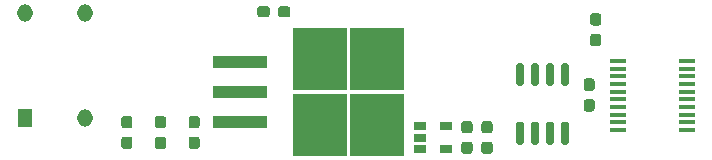
<source format=gbr>
%TF.GenerationSoftware,KiCad,Pcbnew,(5.1.6)-1*%
%TF.CreationDate,2020-11-09T21:23:30-05:00*%
%TF.ProjectId,CellLight,43656c6c-4c69-4676-9874-2e6b69636164,rev?*%
%TF.SameCoordinates,Original*%
%TF.FileFunction,Paste,Top*%
%TF.FilePolarity,Positive*%
%FSLAX46Y46*%
G04 Gerber Fmt 4.6, Leading zero omitted, Abs format (unit mm)*
G04 Created by KiCad (PCBNEW (5.1.6)-1) date 2020-11-09 21:23:30*
%MOMM*%
%LPD*%
G01*
G04 APERTURE LIST*
%ADD10R,4.550000X5.250000*%
%ADD11R,4.600000X1.100000*%
%ADD12O,1.295400X1.498600*%
%ADD13R,1.295400X1.498600*%
%ADD14R,1.060000X0.650000*%
%ADD15R,1.473200X0.355600*%
G04 APERTURE END LIST*
D10*
%TO.C,U10*%
X152450000Y-138575000D03*
X157300000Y-133025000D03*
X152450000Y-133025000D03*
X157300000Y-138575000D03*
D11*
X145725000Y-138340000D03*
X145725000Y-135800000D03*
X145725000Y-133260000D03*
%TD*%
D12*
%TO.C,CR1*%
X127450000Y-129099999D03*
X132550000Y-129099999D03*
X132550000Y-138000001D03*
D13*
X127450000Y-138000001D03*
%TD*%
D14*
%TO.C,U11*%
X163100000Y-138700000D03*
X163100000Y-140600000D03*
X160900000Y-140600000D03*
X160900000Y-139650000D03*
X160900000Y-138700000D03*
%TD*%
%TO.C,U9*%
G36*
G01*
X169545000Y-135300000D02*
X169245000Y-135300000D01*
G75*
G02*
X169095000Y-135150000I0J150000D01*
G01*
X169095000Y-133500000D01*
G75*
G02*
X169245000Y-133350000I150000J0D01*
G01*
X169545000Y-133350000D01*
G75*
G02*
X169695000Y-133500000I0J-150000D01*
G01*
X169695000Y-135150000D01*
G75*
G02*
X169545000Y-135300000I-150000J0D01*
G01*
G37*
G36*
G01*
X170815000Y-135300000D02*
X170515000Y-135300000D01*
G75*
G02*
X170365000Y-135150000I0J150000D01*
G01*
X170365000Y-133500000D01*
G75*
G02*
X170515000Y-133350000I150000J0D01*
G01*
X170815000Y-133350000D01*
G75*
G02*
X170965000Y-133500000I0J-150000D01*
G01*
X170965000Y-135150000D01*
G75*
G02*
X170815000Y-135300000I-150000J0D01*
G01*
G37*
G36*
G01*
X172085000Y-135300000D02*
X171785000Y-135300000D01*
G75*
G02*
X171635000Y-135150000I0J150000D01*
G01*
X171635000Y-133500000D01*
G75*
G02*
X171785000Y-133350000I150000J0D01*
G01*
X172085000Y-133350000D01*
G75*
G02*
X172235000Y-133500000I0J-150000D01*
G01*
X172235000Y-135150000D01*
G75*
G02*
X172085000Y-135300000I-150000J0D01*
G01*
G37*
G36*
G01*
X173355000Y-135300000D02*
X173055000Y-135300000D01*
G75*
G02*
X172905000Y-135150000I0J150000D01*
G01*
X172905000Y-133500000D01*
G75*
G02*
X173055000Y-133350000I150000J0D01*
G01*
X173355000Y-133350000D01*
G75*
G02*
X173505000Y-133500000I0J-150000D01*
G01*
X173505000Y-135150000D01*
G75*
G02*
X173355000Y-135300000I-150000J0D01*
G01*
G37*
G36*
G01*
X173355000Y-140250000D02*
X173055000Y-140250000D01*
G75*
G02*
X172905000Y-140100000I0J150000D01*
G01*
X172905000Y-138450000D01*
G75*
G02*
X173055000Y-138300000I150000J0D01*
G01*
X173355000Y-138300000D01*
G75*
G02*
X173505000Y-138450000I0J-150000D01*
G01*
X173505000Y-140100000D01*
G75*
G02*
X173355000Y-140250000I-150000J0D01*
G01*
G37*
G36*
G01*
X172085000Y-140250000D02*
X171785000Y-140250000D01*
G75*
G02*
X171635000Y-140100000I0J150000D01*
G01*
X171635000Y-138450000D01*
G75*
G02*
X171785000Y-138300000I150000J0D01*
G01*
X172085000Y-138300000D01*
G75*
G02*
X172235000Y-138450000I0J-150000D01*
G01*
X172235000Y-140100000D01*
G75*
G02*
X172085000Y-140250000I-150000J0D01*
G01*
G37*
G36*
G01*
X170815000Y-140250000D02*
X170515000Y-140250000D01*
G75*
G02*
X170365000Y-140100000I0J150000D01*
G01*
X170365000Y-138450000D01*
G75*
G02*
X170515000Y-138300000I150000J0D01*
G01*
X170815000Y-138300000D01*
G75*
G02*
X170965000Y-138450000I0J-150000D01*
G01*
X170965000Y-140100000D01*
G75*
G02*
X170815000Y-140250000I-150000J0D01*
G01*
G37*
G36*
G01*
X169545000Y-140250000D02*
X169245000Y-140250000D01*
G75*
G02*
X169095000Y-140100000I0J150000D01*
G01*
X169095000Y-138450000D01*
G75*
G02*
X169245000Y-138300000I150000J0D01*
G01*
X169545000Y-138300000D01*
G75*
G02*
X169695000Y-138450000I0J-150000D01*
G01*
X169695000Y-140100000D01*
G75*
G02*
X169545000Y-140250000I-150000J0D01*
G01*
G37*
%TD*%
D15*
%TO.C,U2*%
X183521000Y-133175002D03*
X183521000Y-133825001D03*
X183521000Y-134475002D03*
X183521000Y-135125001D03*
X183521000Y-135775002D03*
X183521000Y-136425001D03*
X183521000Y-137075002D03*
X183521000Y-137725001D03*
X183521000Y-138375002D03*
X183521000Y-139025000D03*
X177679000Y-139024998D03*
X177679000Y-138374999D03*
X177679000Y-137724998D03*
X177679000Y-137074999D03*
X177679000Y-136424998D03*
X177679000Y-135774999D03*
X177679000Y-135125001D03*
X177679000Y-134474999D03*
X177679000Y-133825001D03*
X177679000Y-133175000D03*
%TD*%
%TO.C,R2*%
G36*
G01*
X175487500Y-135700000D02*
X175012500Y-135700000D01*
G75*
G02*
X174775000Y-135462500I0J237500D01*
G01*
X174775000Y-134887500D01*
G75*
G02*
X175012500Y-134650000I237500J0D01*
G01*
X175487500Y-134650000D01*
G75*
G02*
X175725000Y-134887500I0J-237500D01*
G01*
X175725000Y-135462500D01*
G75*
G02*
X175487500Y-135700000I-237500J0D01*
G01*
G37*
G36*
G01*
X175487500Y-137450000D02*
X175012500Y-137450000D01*
G75*
G02*
X174775000Y-137212500I0J237500D01*
G01*
X174775000Y-136637500D01*
G75*
G02*
X175012500Y-136400000I237500J0D01*
G01*
X175487500Y-136400000D01*
G75*
G02*
X175725000Y-136637500I0J-237500D01*
G01*
X175725000Y-137212500D01*
G75*
G02*
X175487500Y-137450000I-237500J0D01*
G01*
G37*
%TD*%
%TO.C,R1*%
G36*
G01*
X175562500Y-130875000D02*
X176037500Y-130875000D01*
G75*
G02*
X176275000Y-131112500I0J-237500D01*
G01*
X176275000Y-131687500D01*
G75*
G02*
X176037500Y-131925000I-237500J0D01*
G01*
X175562500Y-131925000D01*
G75*
G02*
X175325000Y-131687500I0J237500D01*
G01*
X175325000Y-131112500D01*
G75*
G02*
X175562500Y-130875000I237500J0D01*
G01*
G37*
G36*
G01*
X175562500Y-129125000D02*
X176037500Y-129125000D01*
G75*
G02*
X176275000Y-129362500I0J-237500D01*
G01*
X176275000Y-129937500D01*
G75*
G02*
X176037500Y-130175000I-237500J0D01*
G01*
X175562500Y-130175000D01*
G75*
G02*
X175325000Y-129937500I0J237500D01*
G01*
X175325000Y-129362500D01*
G75*
G02*
X175562500Y-129125000I237500J0D01*
G01*
G37*
%TD*%
%TO.C,C5*%
G36*
G01*
X164662500Y-140000000D02*
X165137500Y-140000000D01*
G75*
G02*
X165375000Y-140237500I0J-237500D01*
G01*
X165375000Y-140812500D01*
G75*
G02*
X165137500Y-141050000I-237500J0D01*
G01*
X164662500Y-141050000D01*
G75*
G02*
X164425000Y-140812500I0J237500D01*
G01*
X164425000Y-140237500D01*
G75*
G02*
X164662500Y-140000000I237500J0D01*
G01*
G37*
G36*
G01*
X164662500Y-138250000D02*
X165137500Y-138250000D01*
G75*
G02*
X165375000Y-138487500I0J-237500D01*
G01*
X165375000Y-139062500D01*
G75*
G02*
X165137500Y-139300000I-237500J0D01*
G01*
X164662500Y-139300000D01*
G75*
G02*
X164425000Y-139062500I0J237500D01*
G01*
X164425000Y-138487500D01*
G75*
G02*
X164662500Y-138250000I237500J0D01*
G01*
G37*
%TD*%
%TO.C,C4*%
G36*
G01*
X148200000Y-128762500D02*
X148200000Y-129237500D01*
G75*
G02*
X147962500Y-129475000I-237500J0D01*
G01*
X147387500Y-129475000D01*
G75*
G02*
X147150000Y-129237500I0J237500D01*
G01*
X147150000Y-128762500D01*
G75*
G02*
X147387500Y-128525000I237500J0D01*
G01*
X147962500Y-128525000D01*
G75*
G02*
X148200000Y-128762500I0J-237500D01*
G01*
G37*
G36*
G01*
X149950000Y-128762500D02*
X149950000Y-129237500D01*
G75*
G02*
X149712500Y-129475000I-237500J0D01*
G01*
X149137500Y-129475000D01*
G75*
G02*
X148900000Y-129237500I0J237500D01*
G01*
X148900000Y-128762500D01*
G75*
G02*
X149137500Y-128525000I237500J0D01*
G01*
X149712500Y-128525000D01*
G75*
G02*
X149950000Y-128762500I0J-237500D01*
G01*
G37*
%TD*%
%TO.C,C3*%
G36*
G01*
X141562500Y-139575000D02*
X142037500Y-139575000D01*
G75*
G02*
X142275000Y-139812500I0J-237500D01*
G01*
X142275000Y-140387500D01*
G75*
G02*
X142037500Y-140625000I-237500J0D01*
G01*
X141562500Y-140625000D01*
G75*
G02*
X141325000Y-140387500I0J237500D01*
G01*
X141325000Y-139812500D01*
G75*
G02*
X141562500Y-139575000I237500J0D01*
G01*
G37*
G36*
G01*
X141562500Y-137825000D02*
X142037500Y-137825000D01*
G75*
G02*
X142275000Y-138062500I0J-237500D01*
G01*
X142275000Y-138637500D01*
G75*
G02*
X142037500Y-138875000I-237500J0D01*
G01*
X141562500Y-138875000D01*
G75*
G02*
X141325000Y-138637500I0J237500D01*
G01*
X141325000Y-138062500D01*
G75*
G02*
X141562500Y-137825000I237500J0D01*
G01*
G37*
%TD*%
%TO.C,C2*%
G36*
G01*
X135862500Y-139575000D02*
X136337500Y-139575000D01*
G75*
G02*
X136575000Y-139812500I0J-237500D01*
G01*
X136575000Y-140387500D01*
G75*
G02*
X136337500Y-140625000I-237500J0D01*
G01*
X135862500Y-140625000D01*
G75*
G02*
X135625000Y-140387500I0J237500D01*
G01*
X135625000Y-139812500D01*
G75*
G02*
X135862500Y-139575000I237500J0D01*
G01*
G37*
G36*
G01*
X135862500Y-137825000D02*
X136337500Y-137825000D01*
G75*
G02*
X136575000Y-138062500I0J-237500D01*
G01*
X136575000Y-138637500D01*
G75*
G02*
X136337500Y-138875000I-237500J0D01*
G01*
X135862500Y-138875000D01*
G75*
G02*
X135625000Y-138637500I0J237500D01*
G01*
X135625000Y-138062500D01*
G75*
G02*
X135862500Y-137825000I237500J0D01*
G01*
G37*
%TD*%
%TO.C,C1*%
G36*
G01*
X138712500Y-139575000D02*
X139187500Y-139575000D01*
G75*
G02*
X139425000Y-139812500I0J-237500D01*
G01*
X139425000Y-140387500D01*
G75*
G02*
X139187500Y-140625000I-237500J0D01*
G01*
X138712500Y-140625000D01*
G75*
G02*
X138475000Y-140387500I0J237500D01*
G01*
X138475000Y-139812500D01*
G75*
G02*
X138712500Y-139575000I237500J0D01*
G01*
G37*
G36*
G01*
X138712500Y-137825000D02*
X139187500Y-137825000D01*
G75*
G02*
X139425000Y-138062500I0J-237500D01*
G01*
X139425000Y-138637500D01*
G75*
G02*
X139187500Y-138875000I-237500J0D01*
G01*
X138712500Y-138875000D01*
G75*
G02*
X138475000Y-138637500I0J237500D01*
G01*
X138475000Y-138062500D01*
G75*
G02*
X138712500Y-137825000I237500J0D01*
G01*
G37*
%TD*%
%TO.C,C6*%
G36*
G01*
X166362500Y-140000000D02*
X166837500Y-140000000D01*
G75*
G02*
X167075000Y-140237500I0J-237500D01*
G01*
X167075000Y-140812500D01*
G75*
G02*
X166837500Y-141050000I-237500J0D01*
G01*
X166362500Y-141050000D01*
G75*
G02*
X166125000Y-140812500I0J237500D01*
G01*
X166125000Y-140237500D01*
G75*
G02*
X166362500Y-140000000I237500J0D01*
G01*
G37*
G36*
G01*
X166362500Y-138250000D02*
X166837500Y-138250000D01*
G75*
G02*
X167075000Y-138487500I0J-237500D01*
G01*
X167075000Y-139062500D01*
G75*
G02*
X166837500Y-139300000I-237500J0D01*
G01*
X166362500Y-139300000D01*
G75*
G02*
X166125000Y-139062500I0J237500D01*
G01*
X166125000Y-138487500D01*
G75*
G02*
X166362500Y-138250000I237500J0D01*
G01*
G37*
%TD*%
M02*

</source>
